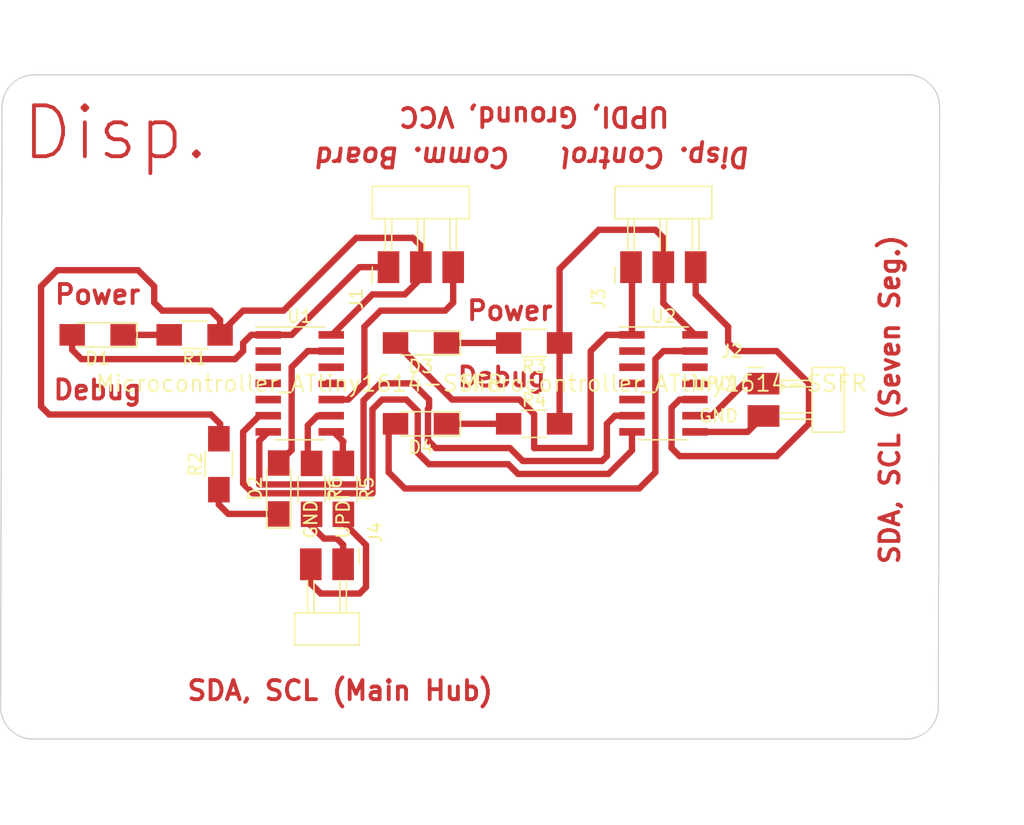
<source format=kicad_pcb>
(kicad_pcb (version 20211014) (generator pcbnew)
  (layers (0 "F.Cu" signal) (31 "B.Cu" signal) (34 "B.Paste" user) (35 "F.Paste" user) (36 "B.SilkS" user "B.Silkscreen") (37 "F.SilkS" user "F.Silkscreen") (38 "B.Mask" user) (39 "F.Mask" user) (44 "Edge.Cuts" user))
  (net 0 "")
  (net 1 "Net-(D3-Pad2)")
  (net 2 "Net-(D3-Pad1)")
  (net 3 "Net-(D4-Pad2)")
  (net 4 "Net-(D4-Pad1)")
  (net 5 "Net-(J3-Pad2)")
  (net 6 "Net-(J3-Pad3)")
  (net 11 "Net-(D1-Pad2)")
  (net 12 "Net-(D1-Pad1)")
  (net 15 "Net-(J4-Pad2)")
  (net 16 "Net-(D2-Pad2)")
  (net 17 "Net-(D2-Pad1)")
  (net 18 "Net-(J1-Pad2)")
  (net 19 "Net-(J1-Pad3)")
  (net 20 "Net-(U2-Pad9)")
  (net 21 "Net-(U2-Pad8)")
  (net 22 "Net-(J4-Pad1)")
  (net 27 "Net-(U2-Pad7)")
  (net 28 "Net-(U2-Pad6)")
  (net 31 "Net-(U1-Pad8)")
  (net 32 "Net-(U1-Pad9)")
  (footprint "fab:PinHeader_UPDI_01x02_P2.54mm_Horizontal_SMD" (layer "F.Cu") (at 110.724 118.35 -90)
    (fp_text reference "J4" (at -1.524 -2.54 90) (layer "F.SilkS") (effects (justify left)))
    (fp_text value "Conn_PinHeader_1x02_P2.54mm_Horizontal_SMD")
    (fp_text user "GND" (at -1.905 2.54 90) (layer "F.SilkS") (effects (justify left)))
    (fp_text user "UPDI" (at -1.905 0 90) (layer "F.SilkS") (effects (justify left)))
    (fp_line (start 3.81 -0.254) (end 1.27 -0.254) (layer "F.SilkS") (width 0.12))
    (fp_line (start 3.81 2.286) (end 1.27 2.286) (layer "F.SilkS") (width 0.12))
    (fp_line (start 3.81 3.81) (end 3.81 -1.27) (layer "F.SilkS") (width 0.12))
    (fp_line (start 3.81 0.254) (end 1.27 0.254) (layer "F.SilkS") (width 0.12))
    (fp_line (start -1.27 -1.27) (end 0 -1.27) (layer "F.SilkS") (width 0.12))
    (fp_line (start 6.35 -1.27) (end 6.35 3.81) (layer "F.SilkS") (width 0.12))
    (fp_line (start 3.81 2.794) (end 1.27 2.794) (layer "F.SilkS") (width 0.12))
    (fp_line (start 6.35 3.81) (end 3.81 3.81) (layer "F.SilkS") (width 0.12))
    (fp_line (start 3.81 -1.27) (end 6.35 -1.27) (layer "F.SilkS") (width 0.12))
    (pad "1" smd rect locked (at 0 0 270) (size 2.5 1.7) (layers "F.Cu" "F.Paste" "F.Mask") (net 22 "Net-(J4-Pad1)"))
    (pad "2" smd rect locked (at 0 2.54 270) (size 2.5 1.7) (layers "F.Cu" "F.Paste" "F.Mask") (net 15 "Net-(J4-Pad2)"))
  )
  (footprint "fab:R_1206" (layer "F.Cu") (at 125.73 100.965 180)
    (fp_text reference "R3" (at 0 -1.85) (layer "F.SilkS"))
    (fp_text value "R")
    (fp_line (start 1 1.07) (end -1 1.07) (layer "F.SilkS") (width 0.12))
    (fp_line (start -1 -1.07) (end 1 -1.07) (layer "F.SilkS") (width 0.12))
    (pad "1" smd rect locked (at -2 0 180) (size 2 1.7) (layers "F.Cu" "F.Paste" "F.Mask") (net 5 "Net-(J3-Pad2)"))
    (pad "2" smd rect locked (at 2 0 180) (size 2 1.7) (layers "F.Cu" "F.Paste" "F.Mask") (net 2 "Net-(D3-Pad1)"))
  )
  (footprint "fab:LED_1206" (layer "F.Cu") (at 105.664 112.395 90)
    (fp_text reference "D2" (at 0 -1.85 90) (layer "F.SilkS"))
    (fp_text value "LED")
    (fp_line (start -3.1 -0.95) (end -3.1 0.95) (layer "F.SilkS") (width 0.12))
    (fp_line (start -3.1 -0.95) (end 1.6 -0.95) (layer "F.SilkS") (width 0.12))
    (fp_line (start -3.1 0.95) (end 1.6 0.95) (layer "F.SilkS") (width 0.12))
    (pad "1" smd rect locked (at -2 0 90) (size 2 1.7) (layers "F.Cu" "F.Paste" "F.Mask") (net 17 "Net-(D2-Pad1)"))
    (pad "2" smd rect locked (at 2 0 90) (size 2 1.7) (layers "F.Cu" "F.Paste" "F.Mask") (net 16 "Net-(D2-Pad2)"))
  )
  (footprint "fab:SOIC-14_3.9x8.7mm_P1.27mm" (layer "F.Cu") (at 107.315 104.14)
    (fp_text reference "U1" (at 0 -5.28) (layer "F.SilkS"))
    (fp_text value "Microcontroller_ATtiny1614-SSFR" (at 0 0) (layer "F.SilkS") (effects (font (size 1.27 1.27))))
    (fp_line (start 0 -4.435) (end -3.45 -4.435) (layer "F.SilkS") (width 0.12))
    (fp_line (start 0 -4.435) (end 1.95 -4.435) (layer "F.SilkS") (width 0.12))
    (fp_line (start 0 4.435) (end -1.95 4.435) (layer "F.SilkS") (width 0.12))
    (fp_line (start 0 4.435) (end 1.95 4.435) (layer "F.SilkS") (width 0.12))
    (pad "1" smd rect (at -2.475 -3.81) (size 2 0.6) (layers "F.Cu" "F.Paste" "F.Mask") (net 11 "Net-(D1-Pad2)"))
    (pad "2" smd rect (at -2.475 -2.54) (size 2 0.6) (layers "F.Cu" "F.Paste" "F.Mask"))
    (pad "3" smd rect (at -2.475 -1.27) (size 2 0.6) (layers "F.Cu" "F.Paste" "F.Mask"))
    (pad "4" smd rect (at -2.475 0) (size 2 0.6) (layers "F.Cu" "F.Paste" "F.Mask"))
    (pad "5" smd rect (at -2.475 1.27) (size 2 0.6) (layers "F.Cu" "F.Paste" "F.Mask"))
    (pad "6" smd rect (at -2.475 2.54) (size 2 0.6) (layers "F.Cu" "F.Paste" "F.Mask") (net 27 "Net-(U2-Pad7)"))
    (pad "7" smd rect (at -2.475 3.81) (size 2 0.6) (layers "F.Cu" "F.Paste" "F.Mask") (net 28 "Net-(U2-Pad6)"))
    (pad "8" smd rect (at 2.475 3.81) (size 2 0.6) (layers "F.Cu" "F.Paste" "F.Mask") (net 31 "Net-(U1-Pad8)"))
    (pad "9" smd rect (at 2.475 2.54) (size 2 0.6) (layers "F.Cu" "F.Paste" "F.Mask") (net 32 "Net-(U1-Pad9)"))
    (pad "10" smd rect (at 2.475 1.27) (size 2 0.6) (layers "F.Cu" "F.Paste" "F.Mask") (net 19 "Net-(J1-Pad3)"))
    (pad "11" smd rect (at 2.475 0) (size 2 0.6) (layers "F.Cu" "F.Paste" "F.Mask"))
    (pad "12" smd rect (at 2.475 -1.27) (size 2 0.6) (layers "F.Cu" "F.Paste" "F.Mask"))
    (pad "13" smd rect (at 2.475 -2.54) (size 2 0.6) (layers "F.Cu" "F.Paste" "F.Mask") (net 16 "Net-(D2-Pad2)"))
    (pad "14" smd rect (at 2.475 -3.81) (size 2 0.6) (layers "F.Cu" "F.Paste" "F.Mask") (net 18 "Net-(J1-Pad2)"))
  )
  (footprint "fab:R_1206" (layer "F.Cu") (at 100.965 110.49 90)
    (fp_text reference "R2" (at 0 -1.85 90) (layer "F.SilkS"))
    (fp_text value "R")
    (fp_line (start -1 -1.07) (end 1 -1.07) (layer "F.SilkS") (width 0.12))
    (fp_line (start 1 1.07) (end -1 1.07) (layer "F.SilkS") (width 0.12))
    (pad "1" smd rect locked (at -2 0 90) (size 2 1.7) (layers "F.Cu" "F.Paste" "F.Mask") (net 17 "Net-(D2-Pad1)"))
    (pad "2" smd rect locked (at 2 0 90) (size 2 1.7) (layers "F.Cu" "F.Paste" "F.Mask") (net 18 "Net-(J1-Pad2)"))
  )
  (footprint "fab:PinHeader_1x03_P2.54mm_Horizontal_SMD" (layer "F.Cu") (at 114.29 95.01 90)
    (fp_text reference "J1" (at -1.524 -2.54 90) (layer "F.SilkS") (effects (justify right)))
    (fp_text value "Conn_PinHeader_1x03_P2.54mm_Horizontal_SMD")
    (fp_line (start 6.35 6.35) (end 3.81 6.35) (layer "F.SilkS") (width 0.12))
    (fp_line (start -1.27 -1.27) (end 0 -1.27) (layer "F.SilkS") (width 0.12))
    (fp_line (start 3.81 5.334) (end 1.27 5.334) (layer "F.SilkS") (width 0.12))
    (fp_line (start 3.81 2.286) (end 1.27 2.286) (layer "F.SilkS") (width 0.12))
    (fp_line (start 3.81 6.35) (end 3.81 -1.27) (layer "F.SilkS") (width 0.12))
    (fp_line (start 3.81 -1.27) (end 6.35 -1.27) (layer "F.SilkS") (width 0.12))
    (fp_line (start 3.81 -0.254) (end 1.27 -0.254) (layer "F.SilkS") (width 0.12))
    (fp_line (start 3.81 0.254) (end 1.27 0.254) (layer "F.SilkS") (width 0.12))
    (fp_line (start 6.35 -1.27) (end 6.35 6.35) (layer "F.SilkS") (width 0.12))
    (fp_line (start 3.81 2.794) (end 1.27 2.794) (layer "F.SilkS") (width 0.12))
    (fp_line (start 3.81 4.826) (end 1.27 4.826) (layer "F.SilkS") (width 0.12))
    (pad "1" smd rect locked (at 0 0 90) (size 2.5 1.7) (layers "F.Cu" "F.Paste" "F.Mask") (net 11 "Net-(D1-Pad2)"))
    (pad "2" smd rect locked (at 0 2.54 90) (size 2.5 1.7) (layers "F.Cu" "F.Paste" "F.Mask") (net 18 "Net-(J1-Pad2)"))
    (pad "3" smd rect locked (at 0 5.08 90) (size 2.5 1.7) (layers "F.Cu" "F.Paste" "F.Mask") (net 19 "Net-(J1-Pad3)"))
  )
  (footprint "fab:R_1206" (layer "F.Cu") (at 110.744 112.427 -90)
    (fp_text reference "R5" (at 0 -1.85 90) (layer "F.SilkS"))
    (fp_text value "R")
    (fp_line (start -1 -1.07) (end 1 -1.07) (layer "F.SilkS") (width 0.12))
    (fp_line (start 1 1.07) (end -1 1.07) (layer "F.SilkS") (width 0.12))
    (pad "1" smd rect locked (at -2 0 270) (size 2 1.7) (layers "F.Cu" "F.Paste" "F.Mask") (net 31 "Net-(U1-Pad8)"))
    (pad "2" smd rect locked (at 2 0 270) (size 2 1.7) (layers "F.Cu" "F.Paste" "F.Mask") (net 15 "Net-(J4-Pad2)"))
  )
  (footprint "fab:PinHeader_UPDI_01x02_P2.54mm_Horizontal_SMD" (layer "F.Cu") (at 143.75 104.16)
    (fp_text reference "J2" (at -1.524 -2.54) (layer "F.SilkS") (effects (justify right)))
    (fp_text value "Conn_PinHeader_1x02_P2.54mm_Horizontal_SMD")
    (fp_text user "UPDI" (at -1.905 0) (layer "F.SilkS") (effects (justify right)))
    (fp_text user "GND" (at -1.905 2.54) (layer "F.SilkS") (effects (justify right)))
    (fp_line (start 3.81 2.286) (end 1.27 2.286) (layer "F.SilkS") (width 0.12))
    (fp_line (start 6.35 3.81) (end 3.81 3.81) (layer "F.SilkS") (width 0.12))
    (fp_line (start 3.81 -1.27) (end 6.35 -1.27) (layer "F.SilkS") (width 0.12))
    (fp_line (start 3.81 0.254) (end 1.27 0.254) (layer "F.SilkS") (width 0.12))
    (fp_line (start 3.81 -0.254) (end 1.27 -0.254) (layer "F.SilkS") (width 0.12))
    (fp_line (start 3.81 2.794) (end 1.27 2.794) (layer "F.SilkS") (width 0.12))
    (fp_line (start -1.27 -1.27) (end 0 -1.27) (layer "F.SilkS") (width 0.12))
    (fp_line (start 3.81 3.81) (end 3.81 -1.27) (layer "F.SilkS") (width 0.12))
    (fp_line (start 6.35 -1.27) (end 6.35 3.81) (layer "F.SilkS") (width 0.12))
    (pad "1" smd rect locked (at 0 0) (size 2.5 1.7) (layers "F.Cu" "F.Paste" "F.Mask") (net 20 "Net-(U2-Pad9)"))
    (pad "2" smd rect locked (at 0 2.54) (size 2.5 1.7) (layers "F.Cu" "F.Paste" "F.Mask") (net 21 "Net-(U2-Pad8)"))
  )
  (footprint "fab:R_1206" (layer "F.Cu") (at 125.73 107.315)
    (fp_text reference "R4" (at 0 -1.85) (layer "F.SilkS"))
    (fp_text value "R")
    (fp_line (start -1 -1.07) (end 1 -1.07) (layer "F.SilkS") (width 0.12))
    (fp_line (start 1 1.07) (end -1 1.07) (layer "F.SilkS") (width 0.12))
    (pad "1" smd rect locked (at -2 0) (size 2 1.7) (layers "F.Cu" "F.Paste" "F.Mask") (net 4 "Net-(D4-Pad1)"))
    (pad "2" smd rect locked (at 2 0) (size 2 1.7) (layers "F.Cu" "F.Paste" "F.Mask") (net 5 "Net-(J3-Pad2)"))
  )
  (footprint "fab:LED_1206" (layer "F.Cu") (at 116.84 100.965 180)
    (fp_text reference "D3" (at 0 -1.85) (layer "F.SilkS"))
    (fp_text value "LED")
    (fp_line (start -3.1 0.95) (end 1.6 0.95) (layer "F.SilkS") (width 0.12))
    (fp_line (start -3.1 -0.95) (end -3.1 0.95) (layer "F.SilkS") (width 0.12))
    (fp_line (start -3.1 -0.95) (end 1.6 -0.95) (layer "F.SilkS") (width 0.12))
    (pad "1" smd rect locked (at -2 0 180) (size 2 1.7) (layers "F.Cu" "F.Paste" "F.Mask") (net 2 "Net-(D3-Pad1)"))
    (pad "2" smd rect locked (at 2 0 180) (size 2 1.7) (layers "F.Cu" "F.Paste" "F.Mask") (net 1 "Net-(D3-Pad2)"))
  )
  (footprint "fab:R_1206" (layer "F.Cu") (at 99.06 100.33 180)
    (fp_text reference "R1" (at 0 -1.85) (layer "F.SilkS"))
    (fp_text value "R")
    (fp_line (start -1 -1.07) (end 1 -1.07) (layer "F.SilkS") (width 0.12))
    (fp_line (start 1 1.07) (end -1 1.07) (layer "F.SilkS") (width 0.12))
    (pad "1" smd rect locked (at -2 0 180) (size 2 1.7) (layers "F.Cu" "F.Paste" "F.Mask") (net 18 "Net-(J1-Pad2)"))
    (pad "2" smd rect locked (at 2 0 180) (size 2 1.7) (layers "F.Cu" "F.Paste" "F.Mask") (net 12 "Net-(D1-Pad1)"))
  )
  (footprint "fab:LED_1206" (layer "F.Cu") (at 91.44 100.33 180)
    (fp_text reference "D1" (at 0 -1.85) (layer "F.SilkS"))
    (fp_text value "LED")
    (fp_line (start -3.1 -0.95) (end -3.1 0.95) (layer "F.SilkS") (width 0.12))
    (fp_line (start -3.1 -0.95) (end 1.6 -0.95) (layer "F.SilkS") (width 0.12))
    (fp_line (start -3.1 0.95) (end 1.6 0.95) (layer "F.SilkS") (width 0.12))
    (pad "1" smd rect locked (at -2 0 180) (size 2 1.7) (layers "F.Cu" "F.Paste" "F.Mask") (net 12 "Net-(D1-Pad1)"))
    (pad "2" smd rect locked (at 2 0 180) (size 2 1.7) (layers "F.Cu" "F.Paste" "F.Mask") (net 11 "Net-(D1-Pad2)"))
  )
  (footprint "fab:LED_1206" (layer "F.Cu") (at 116.84 107.315 180)
    (fp_text reference "D4" (at 0 -1.85) (layer "F.SilkS"))
    (fp_text value "LED")
    (fp_line (start -3.1 0.95) (end 1.6 0.95) (layer "F.SilkS") (width 0.12))
    (fp_line (start -3.1 -0.95) (end 1.6 -0.95) (layer "F.SilkS") (width 0.12))
    (fp_line (start -3.1 -0.95) (end -3.1 0.95) (layer "F.SilkS") (width 0.12))
    (pad "1" smd rect locked (at -2 0 180) (size 2 1.7) (layers "F.Cu" "F.Paste" "F.Mask") (net 4 "Net-(D4-Pad1)"))
    (pad "2" smd rect locked (at 2 0 180) (size 2 1.7) (layers "F.Cu" "F.Paste" "F.Mask") (net 3 "Net-(D4-Pad2)"))
  )
  (footprint "fab:PinHeader_1x03_P2.54mm_Horizontal_SMD" (layer "F.Cu") (at 133.34 95.01 90)
    (fp_text reference "J3" (at -1.524 -2.54 90) (layer "F.SilkS") (effects (justify right)))
    (fp_text value "Conn_PinHeader_1x03_P2.54mm_Horizontal_SMD")
    (fp_line (start 3.81 6.35) (end 3.81 -1.27) (layer "F.SilkS") (width 0.12))
    (fp_line (start -1.27 -1.27) (end 0 -1.27) (layer "F.SilkS") (width 0.12))
    (fp_line (start 3.81 0.254) (end 1.27 0.254) (layer "F.SilkS") (width 0.12))
    (fp_line (start 3.81 4.826) (end 1.27 4.826) (layer "F.SilkS") (width 0.12))
    (fp_line (start 3.81 -0.254) (end 1.27 -0.254) (layer "F.SilkS") (width 0.12))
    (fp_line (start 3.81 2.286) (end 1.27 2.286) (layer "F.SilkS") (width 0.12))
    (fp_line (start 6.35 6.35) (end 3.81 6.35) (layer "F.SilkS") (width 0.12))
    (fp_line (start 6.35 -1.27) (end 6.35 6.35) (layer "F.SilkS") (width 0.12))
    (fp_line (start 3.81 -1.27) (end 6.35 -1.27) (layer "F.SilkS") (width 0.12))
    (fp_line (start 3.81 5.334) (end 1.27 5.334) (layer "F.SilkS") (width 0.12))
    (fp_line (start 3.81 2.794) (end 1.27 2.794) (layer "F.SilkS") (width 0.12))
    (pad "1" smd rect locked (at 0 0 90) (size 2.5 1.7) (layers "F.Cu" "F.Paste" "F.Mask") (net 1 "Net-(D3-Pad2)"))
    (pad "2" smd rect locked (at 0 2.54 90) (size 2.5 1.7) (layers "F.Cu" "F.Paste" "F.Mask") (net 5 "Net-(J3-Pad2)"))
    (pad "3" smd rect locked (at 0 5.08 90) (size 2.5 1.7) (layers "F.Cu" "F.Paste" "F.Mask") (net 6 "Net-(J3-Pad3)"))
  )
  (footprint "fab:SOIC-14_3.9x8.7mm_P1.27mm" (layer "F.Cu") (at 135.89 104.14)
    (fp_text reference "U2" (at 0 -5.28) (layer "F.SilkS"))
    (fp_text value "Microcontroller_ATtiny1614-SSFR" (at 0 0) (layer "F.SilkS") (effects (font (size 1.27 1.27))))
    (fp_line (start 0 4.435) (end -1.95 4.435) (layer "F.SilkS") (width 0.12))
    (fp_line (start 0 -4.435) (end 1.95 -4.435) (layer "F.SilkS") (width 0.12))
    (fp_line (start 0 4.435) (end 1.95 4.435) (layer "F.SilkS") (width 0.12))
    (fp_line (start 0 -4.435) (end -3.45 -4.435) (layer "F.SilkS") (width 0.12))
    (pad "1" smd rect (at -2.475 -3.81) (size 2 0.6) (layers "F.Cu" "F.Paste" "F.Mask") (net 1 "Net-(D3-Pad2)"))
    (pad "2" smd rect (at -2.475 -2.54) (size 2 0.6) (layers "F.Cu" "F.Paste" "F.Mask"))
    (pad "3" smd rect (at -2.475 -1.27) (size 2 0.6) (layers "F.Cu" "F.Paste" "F.Mask"))
    (pad "4" smd rect (at -2.475 0) (size 2 0.6) (layers "F.Cu" "F.Paste" "F.Mask"))
    (pad "5" smd rect (at -2.475 1.27) (size 2 0.6) (layers "F.Cu" "F.Paste" "F.Mask"))
    (pad "6" smd rect (at -2.475 2.54) (size 2 0.6) (layers "F.Cu" "F.Paste" "F.Mask") (net 28 "Net-(U2-Pad6)"))
    (pad "7" smd rect (at -2.475 3.81) (size 2 0.6) (layers "F.Cu" "F.Paste" "F.Mask") (net 27 "Net-(U2-Pad7)"))
    (pad "8" smd rect (at 2.475 3.81) (size 2 0.6) (layers "F.Cu" "F.Paste" "F.Mask") (net 21 "Net-(U2-Pad8)"))
    (pad "9" smd rect (at 2.475 2.54) (size 2 0.6) (layers "F.Cu" "F.Paste" "F.Mask") (net 20 "Net-(U2-Pad9)"))
    (pad "10" smd rect (at 2.475 1.27) (size 2 0.6) (layers "F.Cu" "F.Paste" "F.Mask") (net 6 "Net-(J3-Pad3)"))
    (pad "11" smd rect (at 2.475 0) (size 2 0.6) (layers "F.Cu" "F.Paste" "F.Mask"))
    (pad "12" smd rect (at 2.475 -1.27) (size 2 0.6) (layers "F.Cu" "F.Paste" "F.Mask"))
    (pad "13" smd rect (at 2.475 -2.54) (size 2 0.6) (layers "F.Cu" "F.Paste" "F.Mask") (net 3 "Net-(D4-Pad2)"))
    (pad "14" smd rect (at 2.475 -3.81) (size 2 0.6) (layers "F.Cu" "F.Paste" "F.Mask") (net 5 "Net-(J3-Pad2)"))
  )
  (footprint "fab:R_1206" (layer "F.Cu") (at 108.246 112.427 -90)
    (fp_text reference "R6" (at 0 -1.85 90) (layer "F.SilkS"))
    (fp_text value "R")
    (fp_line (start 1 1.07) (end -1 1.07) (layer "F.SilkS") (width 0.12))
    (fp_line (start -1 -1.07) (end 1 -1.07) (layer "F.SilkS") (width 0.12))
    (pad "1" smd rect locked (at -2 0 270) (size 2 1.7) (layers "F.Cu" "F.Paste" "F.Mask") (net 32 "Net-(U1-Pad9)"))
    (pad "2" smd rect locked (at 2 0 270) (size 2 1.7) (layers "F.Cu" "F.Paste" "F.Mask") (net 22 "Net-(J4-Pad1)"))
  )
  (gr_line (start 83.928949 82.441051) (end 83.82 129.54) (layer "Edge.Cuts") (width 0.1))
  (gr_arc (start 83.928949 82.441051) (mid 84.672898 80.645) (end 86.468949 79.901051) (layer "Edge.Cuts") (width 0.1))
  (gr_arc (start 157.48 129.54) (mid 156.736051 131.336051) (end 154.94 132.08) (layer "Edge.Cuts") (width 0.1))
  (gr_line (start 157.588949 82.441051) (end 157.48 129.54) (layer "Edge.Cuts") (width 0.1))
  (gr_line (start 86.468949 79.901051) (end 155.048949 79.901051) (layer "Edge.Cuts") (width 0.1))
  (gr_arc (start 86.360001 132.08) (mid 84.563949 131.336052) (end 83.82 129.54) (layer "Edge.Cuts") (width 0.1))
  (gr_line (start 154.94 132.08) (end 86.360001 132.08) (layer "Edge.Cuts") (width 0.1))
  (gr_arc (start 155.048949 79.901051) (mid 156.845 80.645) (end 157.588949 82.441051) (layer "Edge.Cuts") (width 0.1))
  (gr_text "Power" (at 123.825 98.425) (layer "F.Cu") (effects (font (size 1.5 1.5) (thickness 0.3))))
  (gr_text "UPDI, Ground, VCC" (at 125.73 83.185 180) (layer "F.Cu") (effects (font (size 1.5 1.5) (thickness 0.3))))
  (gr_text "SDA, SCL (Main Hub)" (at 110.49 128.27) (layer "F.Cu") (effects (font (size 1.5 1.5) (thickness 0.3))))
  (gr_text "Power" (at 91.44 97.155) (layer "F.Cu") (effects (font (size 1.5 1.5) (thickness 0.3))))
  (gr_text "Disp." (at 92.818949 84.461051) (layer "F.Cu") (effects (font (size 4 4) (thickness 0.3))))
  (gr_text "Comm. Board" (at 116.205 86.36 180) (layer "F.Cu") (effects (font (size 1.5 1.5) (thickness 0.3) italic)))
  (gr_text "Disp. Control" (at 135.255 86.36 180) (layer "F.Cu") (effects (font (size 1.5 1.5) (thickness 0.3) italic)))
  (gr_text "Debug" (at 91.44 104.648) (layer "F.Cu") (effects (font (size 1.5 1.5) (thickness 0.3))))
  (gr_text "Debug" (at 123.19 103.632) (layer "F.Cu") (effects (font (size 1.5 1.5) (thickness 0.3))))
  (gr_text "SDA, SCL (Seven Seg.)" (at 153.67 105.41 90) (layer "F.Cu") (effects (font (size 1.5 1.5) (thickness 0.3))))
  (segment (start 130.175 109.22) (end 125.73 109.22) (width 0.5) (layer "F.Cu") (net 1))
  (segment (start 125.73 109.22) (end 125.73 106.565978) (width 0.5) (layer "F.Cu") (net 1))
  (segment (start 119.285 105.41) (end 114.84 100.965) (width 0.5) (layer "F.Cu") (net 1))
  (segment (start 124.574022 105.41) (end 119.285 105.41) (width 0.5) (layer "F.Cu") (net 1))
  (segment (start 130.175 101.6) (end 130.175 109.22) (width 0.5) (layer "F.Cu") (net 1))
  (segment (start 131.445 100.33) (end 130.175 101.6) (width 0.5) (layer "F.Cu") (net 1))
  (segment (start 133.415 95.085) (end 133.34 95.01) (width 0.5) (layer "F.Cu") (net 1))
  (segment (start 133.415 100.33) (end 133.415 95.085) (width 0.5) (layer "F.Cu") (net 1))
  (segment (start 133.415 100.33) (end 131.445 100.33) (width 0.5) (layer "F.Cu") (net 1))
  (segment (start 125.73 106.565978) (end 124.574022 105.41) (width 0.5) (layer "F.Cu") (net 1))
  (segment (start 118.84 100.965) (end 123.73 100.965) (width 0.5) (layer "F.Cu") (net 2))
  (segment (start 135.89 101.6) (end 135.255 102.235) (width 0.5) (layer "F.Cu") (net 3))
  (segment (start 135.255 111.125) (end 133.985 112.395) (width 0.5) (layer "F.Cu") (net 3))
  (segment (start 114.3 111.125) (end 114.3 107.855) (width 0.5) (layer "F.Cu") (net 3))
  (segment (start 133.985 112.395) (end 115.57 112.395) (width 0.5) (layer "F.Cu") (net 3))
  (segment (start 115.57 112.395) (end 114.3 111.125) (width 0.5) (layer "F.Cu") (net 3))
  (segment (start 114.3 107.855) (end 114.84 107.315) (width 0.5) (layer "F.Cu") (net 3))
  (segment (start 135.255 102.235) (end 135.255 111.125) (width 0.5) (layer "F.Cu") (net 3))
  (segment (start 138.365 101.6) (end 135.89 101.6) (width 0.5) (layer "F.Cu") (net 3))
  (segment (start 118.84 107.315) (end 123.73 107.315) (width 0.5) (layer "F.Cu") (net 4))
  (segment (start 135.255 92.075) (end 135.89 92.71) (width 0.5) (layer "F.Cu") (net 5))
  (segment (start 127.73 107.315) (end 127.73 100.965) (width 0.5) (layer "F.Cu") (net 5))
  (segment (start 135.88 97.845) (end 138.365 100.33) (width 0.5) (layer "F.Cu") (net 5))
  (segment (start 127.73 95.155) (end 130.81 92.075) (width 0.5) (layer "F.Cu") (net 5))
  (segment (start 135.89 92.71) (end 135.88 92.72) (width 0.5) (layer "F.Cu") (net 5))
  (segment (start 135.88 92.72) (end 135.88 95.01) (width 0.5) (layer "F.Cu") (net 5))
  (segment (start 135.88 95.01) (end 135.88 97.845) (width 0.5) (layer "F.Cu") (net 5))
  (segment (start 130.81 92.075) (end 135.255 92.075) (width 0.5) (layer "F.Cu") (net 5))
  (segment (start 127.73 100.965) (end 127.73 95.155) (width 0.5) (layer "F.Cu") (net 5))
  (segment (start 137.16 105.41) (end 136.525 106.045) (width 0.5) (layer "F.Cu") (net 6))
  (segment (start 141.605 101.6) (end 140.97 100.965) (width 0.5) (layer "F.Cu") (net 6))
  (segment (start 138.365 105.41) (end 137.16 105.41) (width 0.5) (layer "F.Cu") (net 6))
  (segment (start 147.32 107.315) (end 147.32 104.14) (width 0.5) (layer "F.Cu") (net 6))
  (segment (start 136.525 109.22) (end 137.16 109.855) (width 0.5) (layer "F.Cu") (net 6))
  (segment (start 140.97 100.965) (end 140.97 99.695) (width 0.5) (layer "F.Cu") (net 6))
  (segment (start 138.42 97.145) (end 138.42 95.01) (width 0.5) (layer "F.Cu") (net 6))
  (segment (start 144.78 101.6) (end 141.605 101.6) (width 0.5) (layer "F.Cu") (net 6))
  (segment (start 144.78 109.855) (end 147.32 107.315) (width 0.5) (layer "F.Cu") (net 6))
  (segment (start 140.97 99.695) (end 138.42 97.145) (width 0.5) (layer "F.Cu") (net 6))
  (segment (start 136.525 106.045) (end 136.525 109.22) (width 0.5) (layer "F.Cu") (net 6))
  (segment (start 137.16 109.855) (end 144.78 109.855) (width 0.5) (layer "F.Cu") (net 6))
  (segment (start 147.32 104.14) (end 144.78 101.6) (width 0.5) (layer "F.Cu") (net 6))
  (segment (start 102.235 102.235) (end 102.87 101.6) (width 0.5) (layer "F.Cu") (net 11))
  (segment (start 106.68 100.33) (end 104.84 100.33) (width 0.5) (layer "F.Cu") (net 11))
  (segment (start 89.44 100.33) (end 89.44 101.505) (width 0.5) (layer "F.Cu") (net 11))
  (segment (start 112 95.01) (end 106.68 100.33) (width 0.5) (layer "F.Cu") (net 11))
  (segment (start 102.87 101.6) (end 102.87 100.965) (width 0.5) (layer "F.Cu") (net 11))
  (segment (start 103.505 100.33) (end 104.84 100.33) (width 0.5) (layer "F.Cu") (net 11))
  (segment (start 89.44 101.505) (end 90.17 102.235) (width 0.5) (layer "F.Cu") (net 11))
  (segment (start 102.87 100.965) (end 103.505 100.33) (width 0.5) (layer "F.Cu") (net 11))
  (segment (start 90.17 102.235) (end 102.235 102.235) (width 0.5) (layer "F.Cu") (net 11))
  (segment (start 114.29 95.01) (end 112 95.01) (width 0.5) (layer "F.Cu") (net 11))
  (segment (start 93.44 100.33) (end 97.06 100.33) (width 0.5) (layer "F.Cu") (net 12))
  (segment (start 112.522 120.142) (end 112.014 120.65) (width 0.5) (layer "F.Cu") (net 15))
  (segment (start 110.702 115.02) (end 112.522 116.84) (width 0.5) (layer "F.Cu") (net 15))
  (segment (start 108.184 119.868) (end 108.184 118.35) (width 0.5) (layer "F.Cu") (net 15))
  (segment (start 110.702 114.268) (end 110.702 115.02) (width 0.5) (layer "F.Cu") (net 15))
  (segment (start 108.966 120.65) (end 108.184 119.868) (width 0.5) (layer "F.Cu") (net 15))
  (segment (start 112.014 120.65) (end 108.966 120.65) (width 0.5) (layer "F.Cu") (net 15))
  (segment (start 112.522 116.84) (end 112.522 120.142) (width 0.5) (layer "F.Cu") (net 15))
  (segment (start 106.68 109.379) (end 106.68 102.87) (width 0.5) (layer "F.Cu") (net 16))
  (segment (start 106.68 102.87) (end 107.95 101.6) (width 0.5) (layer "F.Cu") (net 16))
  (segment (start 105.664 110.395) (end 106.68 109.379) (width 0.5) (layer "F.Cu") (net 16))
  (segment (start 107.95 101.6) (end 109.79 101.6) (width 0.5) (layer "F.Cu") (net 16))
  (segment (start 100.965 113.665) (end 101.695 114.395) (width 0.5) (layer "F.Cu") (net 17))
  (segment (start 101.695 114.395) (end 105.664 114.395) (width 0.5) (layer "F.Cu") (net 17))
  (segment (start 100.965 112.49) (end 100.965 113.665) (width 0.5) (layer "F.Cu") (net 17))
  (segment (start 86.995 96.52) (end 88.265 95.25) (width 0.5) (layer "F.Cu") (net 18))
  (segment (start 88.265 95.25) (end 94.615 95.25) (width 0.5) (layer "F.Cu") (net 18))
  (segment (start 101.06 100.33) (end 101.06 100.235) (width 0.5) (layer "F.Cu") (net 18))
  (segment (start 101.06 99.155) (end 101.06 100.33) (width 0.5) (layer "F.Cu") (net 18))
  (segment (start 100.33 98.425) (end 101.06 99.155) (width 0.5) (layer "F.Cu") (net 18))
  (segment (start 111.76 92.71) (end 116.205 92.71) (width 0.5) (layer "F.Cu") (net 18))
  (segment (start 86.995 105.95) (end 86.995 96.52) (width 0.5) (layer "F.Cu") (net 18))
  (segment (start 100.33 106.585) (end 87.63 106.585) (width 0.5) (layer "F.Cu") (net 18))
  (segment (start 115.57 97.155) (end 113.03 97.155) (width 0.5) (layer "F.Cu") (net 18))
  (segment (start 87.63 106.585) (end 86.995 105.95) (width 0.5) (layer "F.Cu") (net 18))
  (segment (start 102.87 98.425) (end 106.045 98.425) (width 0.5) (layer "F.Cu") (net 18))
  (segment (start 96.52 98.425) (end 100.33 98.425) (width 0.5) (layer "F.Cu") (net 18))
  (segment (start 95.885 97.79) (end 96.52 98.425) (width 0.5) (layer "F.Cu") (net 18))
  (segment (start 106.045 98.425) (end 111.76 92.71) (width 0.5) (layer "F.Cu") (net 18))
  (segment (start 101.06 108.49) (end 101.06 107.315) (width 0.5) (layer "F.Cu") (net 18))
  (segment (start 116.83 93.335) (end 116.83 95.01) (width 0.5) (layer "F.Cu") (net 18))
  (segment (start 94.615 95.25) (end 95.885 96.52) (width 0.5) (layer "F.Cu") (net 18))
  (segment (start 101.06 100.235) (end 102.87 98.425) (width 0.5) (layer "F.Cu") (net 18))
  (segment (start 116.83 95.895) (end 115.57 97.155) (width 0.5) (layer "F.Cu") (net 18))
  (segment (start 95.885 96.52) (end 95.885 97.79) (width 0.5) (layer "F.Cu") (net 18))
  (segment (start 116.83 95.01) (end 116.83 95.895) (width 0.5) (layer "F.Cu") (net 18))
  (segment (start 101.06 107.315) (end 100.33 106.585) (width 0.5) (layer "F.Cu") (net 18))
  (segment (start 116.205 92.71) (end 116.83 93.335) (width 0.5) (layer "F.Cu") (net 18))
  (segment (start 109.855 100.33) (end 109.79 100.33) (width 0.5) (layer "F.Cu") (net 18))
  (segment (start 113.03 97.155) (end 109.855 100.33) (width 0.5) (layer "F.Cu") (net 18))
  (segment (start 113.665 98.425) (end 112.395 99.695) (width 0.5) (layer "F.Cu") (net 19))
  (segment (start 112.395 99.695) (end 112.395 104.14) (width 0.5) (layer "F.Cu") (net 19))
  (segment (start 118.745 98.425) (end 113.665 98.425) (width 0.5) (layer "F.Cu") (net 19))
  (segment (start 112.395 104.14) (end 111.125 105.41) (width 0.5) (layer "F.Cu") (net 19))
  (segment (start 119.37 95.01) (end 119.37 97.8) (width 0.5) (layer "F.Cu") (net 19))
  (segment (start 111.125 105.41) (end 109.79 105.41) (width 0.5) (layer "F.Cu") (net 19))
  (segment (start 119.37 97.8) (end 118.745 98.425) (width 0.5) (layer "F.Cu") (net 19))
  (segment (start 138.365 106.68) (end 139.7 106.68) (width 0.5) (layer "F.Cu") (net 20))
  (segment (start 142.22 104.16) (end 143.75 104.16) (width 0.5) (layer "F.Cu") (net 20))
  (segment (start 139.7 106.68) (end 142.22 104.16) (width 0.5) (layer "F.Cu") (net 20))
  (segment (start 142.5 107.95) (end 143.75 106.7) (width 0.5) (layer "F.Cu") (net 21))
  (segment (start 138.365 107.95) (end 142.5 107.95) (width 0.5) (layer "F.Cu") (net 21))
  (segment (start 110.236 116.332) (end 110.724 116.82) (width 0.5) (layer "F.Cu") (net 22))
  (segment (start 110.724 116.82) (end 110.724 118.35) (width 0.5) (layer "F.Cu") (net 22))
  (segment (start 109.22 116.332) (end 110.236 116.332) (width 0.5) (layer "F.Cu") (net 22))
  (segment (start 108.204 114.268) (end 108.204 115.316) (width 0.5) (layer "F.Cu") (net 22))
  (segment (start 108.204 115.316) (end 109.22 116.332) (width 0.5) (layer "F.Cu") (net 22))
  (segment (start 131.572 111.252) (end 133.415 109.409) (width 0.5) (layer "F.Cu") (net 27))
  (segment (start 116.586 106.311978) (end 116.586 109.601) (width 0.5) (layer "F.Cu") (net 27))
  (segment (start 113.792 105.41) (end 115.684022 105.41) (width 0.5) (layer "F.Cu") (net 27))
  (segment (start 123.698 110.49) (end 124.46 111.252) (width 0.5) (layer "F.Cu") (net 27))
  (segment (start 124.46 111.252) (end 131.572 111.252) (width 0.5) (layer "F.Cu") (net 27))
  (segment (start 104.14 106.68) (end 102.87 107.95) (width 0.5) (layer "F.Cu") (net 27))
  (segment (start 113.03 112.776) (end 113.03 106.172) (width 0.5) (layer "F.Cu") (net 27))
  (segment (start 117.475 110.49) (end 123.698 110.49) (width 0.5) (layer "F.Cu") (net 27))
  (segment (start 115.684022 105.41) (end 116.586 106.311978) (width 0.5) (layer "F.Cu") (net 27))
  (segment (start 102.87 107.95) (end 102.87 112.014) (width 0.5) (layer "F.Cu") (net 27))
  (segment (start 133.415 109.409) (end 133.415 107.95) (width 0.5) (layer "F.Cu") (net 27))
  (segment (start 102.87 112.014) (end 103.632 112.776) (width 0.5) (layer "F.Cu") (net 27))
  (segment (start 116.586 109.601) (end 117.475 110.49) (width 0.5) (layer "F.Cu") (net 27))
  (segment (start 113.03 106.172) (end 113.792 105.41) (width 0.5) (layer "F.Cu") (net 27))
  (segment (start 103.632 112.776) (end 113.03 112.776) (width 0.5) (layer "F.Cu") (net 27))
  (segment (start 104.84 106.68) (end 104.14 106.68) (width 0.5) (layer "F.Cu") (net 27))
  (segment (start 131.064 110.236) (end 131.445 109.855) (width 0.5) (layer "F.Cu") (net 28))
  (segment (start 116.205 104.14) (end 117.475 105.41) (width 0.5) (layer "F.Cu") (net 28))
  (segment (start 113.665 104.14) (end 116.205 104.14) (width 0.5) (layer "F.Cu") (net 28))
  (segment (start 117.475 105.41) (end 117.475 106.045) (width 0.5) (layer "F.Cu") (net 28))
  (segment (start 132.08 106.68) (end 133.415 106.68) (width 0.5) (layer "F.Cu") (net 28))
  (segment (start 117.390489 106.129511) (end 117.390489 108.614511) (width 0.5) (layer "F.Cu") (net 28))
  (segment (start 117.475 106.045) (end 117.390489 106.129511) (width 0.5) (layer "F.Cu") (net 28))
  (segment (start 131.445 107.315) (end 132.08 106.68) (width 0.5) (layer "F.Cu") (net 28))
  (segment (start 112.33048 112.07648) (end 112.33048 105.47452) (width 0.5) (layer "F.Cu") (net 28))
  (segment (start 117.995978 109.22) (end 123.825 109.22) (width 0.5) (layer "F.Cu") (net 28))
  (segment (start 124.841 110.236) (end 131.064 110.236) (width 0.5) (layer "F.Cu") (net 28))
  (segment (start 104.84 107.95) (end 104.14 108.65) (width 0.5) (layer "F.Cu") (net 28))
  (segment (start 104.14 112.07648) (end 112.33048 112.07648) (width 0.5) (layer "F.Cu") (net 28))
  (segment (start 131.445 109.855) (end 131.445 107.315) (width 0.5) (layer "F.Cu") (net 28))
  (segment (start 112.33048 105.47452) (end 113.665 104.14) (width 0.5) (layer "F.Cu") (net 28))
  (segment (start 104.14 108.65) (end 104.14 112.07648) (width 0.5) (layer "F.Cu") (net 28))
  (segment (start 117.390489 108.614511) (end 117.995978 109.22) (width 0.5) (layer "F.Cu") (net 28))
  (segment (start 123.825 109.22) (end 124.841 110.236) (width 0.5) (layer "F.Cu") (net 28))
  (segment (start 109.79 107.95) (end 109.982 107.95) (width 0.5) (layer "F.Cu") (net 31))
  (segment (start 110.702 108.754) (end 110.702 110.268) (width 0.5) (layer "F.Cu") (net 31))
  (segment (start 109.982 107.95) (end 110.744 108.712) (width 0.5) (layer "F.Cu") (net 31))
  (segment (start 110.744 108.712) (end 110.702 108.754) (width 0.5) (layer "F.Cu") (net 31))
  (segment (start 109.79 106.68) (end 108.712 106.68) (width 0.5) (layer "F.Cu") (net 32))
  (segment (start 108.712 106.68) (end 107.95 107.442) (width 0.5) (layer "F.Cu") (net 32))
  (segment (start 107.95 110.014) (end 108.204 110.268) (width 0.5) (layer "F.Cu") (net 32))
  (segment (start 107.95 107.442) (end 107.95 110.014) (width 0.5) (layer "F.Cu") (net 32))
)
</source>
